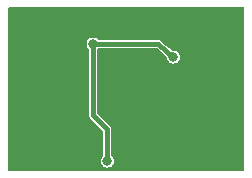
<source format=gbr>
%TF.GenerationSoftware,KiCad,Pcbnew,7.0.7*%
%TF.CreationDate,2023-11-20T17:20:15+01:00*%
%TF.ProjectId,nRF52832_qfaa_dcdc,6e524635-3238-4333-925f-716661615f64,rev?*%
%TF.SameCoordinates,Original*%
%TF.FileFunction,Copper,L2,Bot*%
%TF.FilePolarity,Positive*%
%FSLAX46Y46*%
G04 Gerber Fmt 4.6, Leading zero omitted, Abs format (unit mm)*
G04 Created by KiCad (PCBNEW 7.0.7) date 2023-11-20 17:20:15*
%MOMM*%
%LPD*%
G01*
G04 APERTURE LIST*
%TA.AperFunction,ComponentPad*%
%ADD10C,0.908000*%
%TD*%
%TA.AperFunction,ViaPad*%
%ADD11C,0.800000*%
%TD*%
%TA.AperFunction,Conductor*%
%ADD12C,0.400000*%
%TD*%
G04 APERTURE END LIST*
D10*
%TO.P,U1,PAD@VIA16,VSS@45*%
%TO.N,GND*%
X151301100Y-107803600D03*
%TO.P,U1,PAD@VIA15,VSS@45*%
X151301100Y-106603600D03*
%TO.P,U1,PAD@VIA14,VSS@45*%
X151301100Y-105403600D03*
%TO.P,U1,PAD@VIA13,VSS@45*%
X151301100Y-104203600D03*
%TO.P,U1,PAD@VIA12,VSS@45*%
X150101100Y-107803600D03*
%TO.P,U1,PAD@VIA11,VSS@45*%
X150101100Y-106603600D03*
%TO.P,U1,PAD@VIA10,VSS@45*%
X150101100Y-105403600D03*
%TO.P,U1,PAD@VIA09,VSS@45*%
X150101100Y-104203600D03*
%TO.P,U1,PAD@VIA08,VSS@45*%
X148901100Y-107803600D03*
%TO.P,U1,PAD@VIA07,VSS@45*%
X148901100Y-106603600D03*
%TO.P,U1,PAD@VIA06,VSS@45*%
X148901100Y-105403600D03*
%TO.P,U1,PAD@VIA05,VSS@45*%
X148901100Y-104203600D03*
%TO.P,U1,PAD@VIA04,VSS@45*%
X147701100Y-107803600D03*
%TO.P,U1,PAD@VIA03,VSS@45*%
X147701100Y-106603600D03*
%TO.P,U1,PAD@VIA02,VSS@45*%
X147701100Y-105403600D03*
%TO.P,U1,PAD@VIA01,VSS@45*%
X147701100Y-104203600D03*
%TD*%
D11*
%TO.N,VCC*%
X152501100Y-102303600D03*
X145701100Y-101203600D03*
X146901100Y-111103600D03*
%TO.N,GND*%
X139401100Y-109103600D03*
X139401100Y-111103600D03*
X144901100Y-110103600D03*
X155201100Y-111103600D03*
X157601100Y-111103600D03*
X155201100Y-108303600D03*
X157601100Y-98903600D03*
X143301100Y-98903600D03*
X139401100Y-98903600D03*
X157101100Y-105603600D03*
X157101100Y-107603600D03*
X146001100Y-109103600D03*
X145801100Y-111103600D03*
X153501100Y-99303600D03*
X154601100Y-99103600D03*
X157601100Y-102303600D03*
X143401100Y-103503600D03*
X156801100Y-103703600D03*
X156801100Y-102703600D03*
X152401100Y-99303600D03*
X142901100Y-102303600D03*
X140101100Y-100003600D03*
X140101100Y-102403600D03*
%TD*%
D12*
%TO.N,VCC*%
X151201100Y-101203600D02*
X152501100Y-102303600D01*
X145701100Y-101203600D02*
X151201100Y-101203600D01*
X146901100Y-108403600D02*
X146901100Y-111103600D01*
X145701100Y-107203600D02*
X146901100Y-108403600D01*
X145701100Y-101203600D02*
X145701100Y-107203600D01*
%TD*%
%TA.AperFunction,Conductor*%
%TO.N,GND*%
G36*
X158449166Y-98046413D02*
G01*
X158474476Y-98090250D01*
X158475600Y-98103100D01*
X158475600Y-111904100D01*
X158458287Y-111951666D01*
X158414450Y-111976976D01*
X158401600Y-111978100D01*
X138600600Y-111978100D01*
X138553034Y-111960787D01*
X138527724Y-111916950D01*
X138526600Y-111904100D01*
X138526600Y-101203599D01*
X145145850Y-101203599D01*
X145164769Y-101347308D01*
X145220238Y-101481223D01*
X145220240Y-101481227D01*
X145308477Y-101596219D01*
X145308480Y-101596222D01*
X145321647Y-101606325D01*
X145348846Y-101649016D01*
X145350600Y-101665034D01*
X145350600Y-107159574D01*
X145349025Y-107174759D01*
X145346057Y-107188911D01*
X145346057Y-107188915D01*
X145350316Y-107223079D01*
X145350600Y-107227660D01*
X145350600Y-107232647D01*
X145354187Y-107254140D01*
X145360527Y-107304993D01*
X145360529Y-107304997D01*
X145362276Y-107310865D01*
X145361934Y-107310966D01*
X145362680Y-107313295D01*
X145363016Y-107313180D01*
X145365007Y-107318980D01*
X145389395Y-107364045D01*
X145411901Y-107410083D01*
X145415466Y-107415076D01*
X145415175Y-107415283D01*
X145416633Y-107417239D01*
X145416916Y-107417020D01*
X145420681Y-107421858D01*
X145438748Y-107438489D01*
X145458375Y-107456557D01*
X146528926Y-108527108D01*
X146550318Y-108572983D01*
X146550600Y-108579433D01*
X146550600Y-110642165D01*
X146533287Y-110689731D01*
X146521650Y-110700872D01*
X146508481Y-110710976D01*
X146420238Y-110825976D01*
X146364769Y-110959891D01*
X146345850Y-111103599D01*
X146364769Y-111247308D01*
X146420238Y-111381223D01*
X146420239Y-111381225D01*
X146508479Y-111496221D01*
X146623475Y-111584461D01*
X146757391Y-111639930D01*
X146901100Y-111658850D01*
X147044809Y-111639930D01*
X147178725Y-111584461D01*
X147293721Y-111496221D01*
X147381961Y-111381225D01*
X147437430Y-111247309D01*
X147456350Y-111103600D01*
X147437430Y-110959891D01*
X147381961Y-110825975D01*
X147293721Y-110710979D01*
X147293719Y-110710977D01*
X147293718Y-110710976D01*
X147280550Y-110700872D01*
X147253354Y-110658180D01*
X147251600Y-110642165D01*
X147251600Y-108447620D01*
X147253175Y-108432434D01*
X147256142Y-108418285D01*
X147251883Y-108384123D01*
X147251600Y-108379545D01*
X147251600Y-108374564D01*
X147251599Y-108374553D01*
X147248010Y-108353049D01*
X147241673Y-108302207D01*
X147241671Y-108302204D01*
X147239922Y-108296325D01*
X147240266Y-108296222D01*
X147239522Y-108293900D01*
X147239182Y-108294017D01*
X147237192Y-108288219D01*
X147212804Y-108243155D01*
X147190298Y-108197116D01*
X147190293Y-108197111D01*
X147186732Y-108192122D01*
X147187023Y-108191913D01*
X147185565Y-108189958D01*
X147185283Y-108190179D01*
X147181518Y-108185342D01*
X147143824Y-108150642D01*
X146073274Y-107080091D01*
X146051882Y-107034215D01*
X146051600Y-107027766D01*
X146051600Y-101665034D01*
X146068913Y-101617468D01*
X146080553Y-101606325D01*
X146081017Y-101605968D01*
X146093721Y-101596221D01*
X146103827Y-101583050D01*
X146146520Y-101555854D01*
X146162535Y-101554100D01*
X151045601Y-101554100D01*
X151093167Y-101571413D01*
X151093401Y-101571609D01*
X151922432Y-102273096D01*
X151947560Y-102317038D01*
X151947999Y-102319928D01*
X151964769Y-102447308D01*
X152020238Y-102581223D01*
X152020239Y-102581225D01*
X152108479Y-102696221D01*
X152223475Y-102784461D01*
X152357391Y-102839930D01*
X152501100Y-102858850D01*
X152644809Y-102839930D01*
X152778725Y-102784461D01*
X152893721Y-102696221D01*
X152981961Y-102581225D01*
X153037430Y-102447309D01*
X153056350Y-102303600D01*
X153037430Y-102159891D01*
X152981961Y-102025975D01*
X152893721Y-101910979D01*
X152778725Y-101822739D01*
X152778723Y-101822738D01*
X152644808Y-101767269D01*
X152520018Y-101750840D01*
X152501100Y-101748350D01*
X152501099Y-101748350D01*
X152435269Y-101757016D01*
X152385850Y-101746060D01*
X152377815Y-101740143D01*
X151913557Y-101347309D01*
X151474792Y-100976046D01*
X151466965Y-100967188D01*
X151466690Y-100967442D01*
X151462537Y-100962931D01*
X151422044Y-100931414D01*
X151405338Y-100917278D01*
X151405329Y-100917271D01*
X151401123Y-100914768D01*
X151397319Y-100912170D01*
X151389353Y-100905970D01*
X151370226Y-100891083D01*
X151369607Y-100890870D01*
X151356445Y-100886351D01*
X151342630Y-100879951D01*
X151330117Y-100872503D01*
X151296511Y-100865472D01*
X151292071Y-100864250D01*
X151259589Y-100853100D01*
X151259588Y-100853100D01*
X151245022Y-100853100D01*
X151229869Y-100851532D01*
X151227030Y-100850938D01*
X151215617Y-100848550D01*
X151185230Y-100852353D01*
X151181554Y-100852813D01*
X151176958Y-100853100D01*
X146162535Y-100853100D01*
X146114969Y-100835787D01*
X146103828Y-100824150D01*
X146099472Y-100818474D01*
X146093721Y-100810979D01*
X145978725Y-100722739D01*
X145978723Y-100722738D01*
X145844808Y-100667269D01*
X145701100Y-100648350D01*
X145557391Y-100667269D01*
X145423476Y-100722738D01*
X145308479Y-100810979D01*
X145220238Y-100925976D01*
X145164769Y-101059891D01*
X145145850Y-101203599D01*
X138526600Y-101203599D01*
X138526600Y-98103100D01*
X138543913Y-98055534D01*
X138587750Y-98030224D01*
X138600600Y-98029100D01*
X158401600Y-98029100D01*
X158449166Y-98046413D01*
G37*
%TD.AperFunction*%
%TD*%
M02*

</source>
